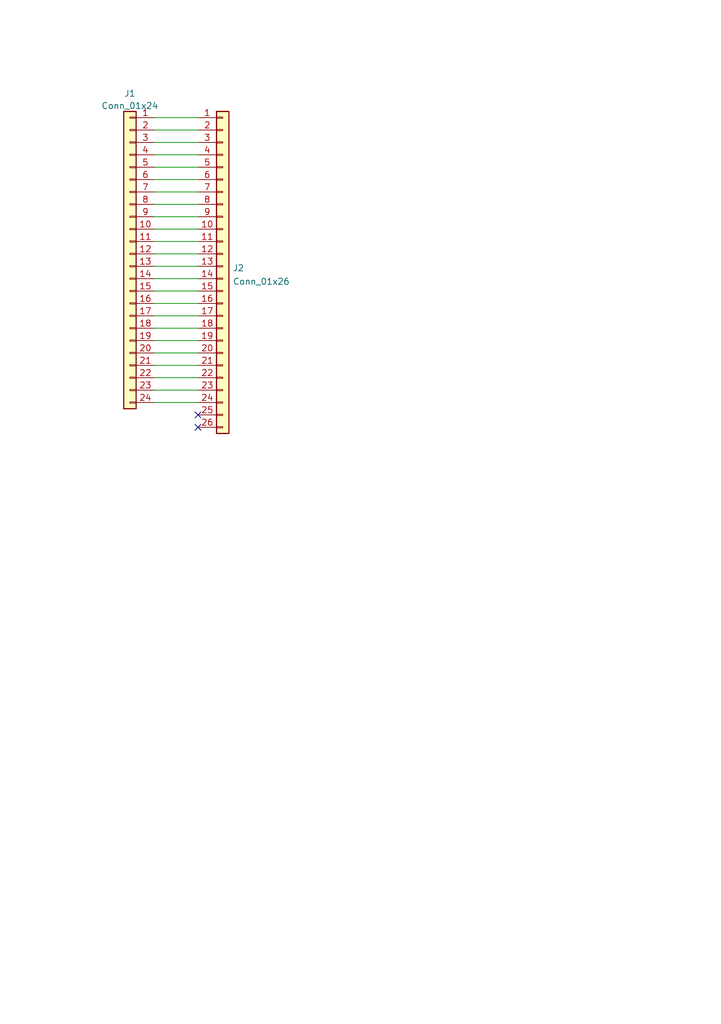
<source format=kicad_sch>
(kicad_sch (version 20230121) (generator eeschema)
  (paper "A5" portrait)
  (title_block (title "DecentXL Flexibe Cable") (date "2023-07-09") (rev "1") (company "Decent Consulting"))
  (lib_symbols
    (symbol "Connector_Generic:Conn_01x24" (pin_names (offset 1.016) hide)
      (property "Reference" "J" (at 0 30.48 0))
      (property "Value" "Conn_01x24" (at 0 -33.02 0))
      (symbol "Conn_01x24_1_1"
        (rectangle (start -1.27 -30.353) (end 0 -30.607) (stroke (width 0.1524)))
        (rectangle (start -1.27 -27.813) (end 0 -28.067) (stroke (width 0.1524)))
        (rectangle (start -1.27 -25.273) (end 0 -25.527) (stroke (width 0.1524)))
        (rectangle (start -1.27 -22.733) (end 0 -22.987) (stroke (width 0.1524)))
        (rectangle (start -1.27 -20.193) (end 0 -20.447) (stroke (width 0.1524)))
        (rectangle (start -1.27 -17.653) (end 0 -17.907) (stroke (width 0.1524)))
        (rectangle (start -1.27 -15.113) (end 0 -15.367) (stroke (width 0.1524)))
        (rectangle (start -1.27 -12.573) (end 0 -12.827) (stroke (width 0.1524)))
        (rectangle (start -1.27 -10.033) (end 0 -10.287) (stroke (width 0.1524)))
        (rectangle (start -1.27 -7.493) (end 0 -7.747) (stroke (width 0.1524)))
        (rectangle (start -1.27 -4.953) (end 0 -5.207) (stroke (width 0.1524)))
        (rectangle (start -1.27 -2.413) (end 0 -2.667) (stroke (width 0.1524)))
        (rectangle (start -1.27 0.127) (end 0 -0.127) (stroke (width 0.1524)))
        (rectangle (start -1.27 2.667) (end 0 2.413) (stroke (width 0.1524)))
        (rectangle (start -1.27 5.207) (end 0 4.953) (stroke (width 0.1524)))
        (rectangle (start -1.27 7.747) (end 0 7.493) (stroke (width 0.1524)))
        (rectangle (start -1.27 10.287) (end 0 10.033) (stroke (width 0.1524)))
        (rectangle (start -1.27 12.827) (end 0 12.573) (stroke (width 0.1524)))
        (rectangle (start -1.27 15.367) (end 0 15.113) (stroke (width 0.1524)))
        (rectangle (start -1.27 17.907) (end 0 17.653) (stroke (width 0.1524)))
        (rectangle (start -1.27 20.447) (end 0 20.193) (stroke (width 0.1524)))
        (rectangle (start -1.27 22.987) (end 0 22.733) (stroke (width 0.1524)))
        (rectangle (start -1.27 25.527) (end 0 25.273) (stroke (width 0.1524)))
        (rectangle (start -1.27 28.067) (end 0 27.813) (stroke (width 0.1524)))
        (rectangle (start -1.27 29.21) (end 1.27 -31.75) (stroke (width 0.254)) (fill (type background)))
        (pin passive line (at -5.08 27.94 0) (length 3.81) (name "Pin_1") (number "1"))
        (pin passive line (at -5.08 5.08 0) (length 3.81) (name "Pin_10") (number "10"))
        (pin passive line (at -5.08 2.54 0) (length 3.81) (name "Pin_11") (number "11"))
        (pin passive line (at -5.08 0 0) (length 3.81) (name "Pin_12") (number "12"))
        (pin passive line (at -5.08 -2.54 0) (length 3.81) (name "Pin_13") (number "13"))
        (pin passive line (at -5.08 -5.08 0) (length 3.81) (name "Pin_14") (number "14"))
        (pin passive line (at -5.08 -7.62 0) (length 3.81) (name "Pin_15") (number "15"))
        (pin passive line (at -5.08 -10.16 0) (length 3.81) (name "Pin_16") (number "16"))
        (pin passive line (at -5.08 -12.7 0) (length 3.81) (name "Pin_17") (number "17"))
        (pin passive line (at -5.08 -15.24 0) (length 3.81) (name "Pin_18") (number "18"))
        (pin passive line (at -5.08 -17.78 0) (length 3.81) (name "Pin_19") (number "19"))
        (pin passive line (at -5.08 25.4 0) (length 3.81) (name "Pin_2") (number "2"))
        (pin passive line (at -5.08 -20.32 0) (length 3.81) (name "Pin_20") (number "20"))
        (pin passive line (at -5.08 -22.86 0) (length 3.81) (name "Pin_21") (number "21"))
        (pin passive line (at -5.08 -25.4 0) (length 3.81) (name "Pin_22") (number "22"))
        (pin passive line (at -5.08 -27.94 0) (length 3.81) (name "Pin_23") (number "23"))
        (pin passive line (at -5.08 -30.48 0) (length 3.81) (name "Pin_24") (number "24"))
        (pin passive line (at -5.08 22.86 0) (length 3.81) (name "Pin_3") (number "3"))
        (pin passive line (at -5.08 20.32 0) (length 3.81) (name "Pin_4") (number "4"))
        (pin passive line (at -5.08 17.78 0) (length 3.81) (name "Pin_5") (number "5"))
        (pin passive line (at -5.08 15.24 0) (length 3.81) (name "Pin_6") (number "6"))
        (pin passive line (at -5.08 12.7 0) (length 3.81) (name "Pin_7") (number "7"))
        (pin passive line (at -5.08 10.16 0) (length 3.81) (name "Pin_8") (number "8"))
        (pin passive line (at -5.08 7.62 0) (length 3.81) (name "Pin_9") (number "9"))
      )
    )
    (symbol "Connector_Generic:Conn_01x26" (pin_names (offset 1.016) hide)
      (property "Reference" "J" (at 0 33.02 0))
      (property "Value" "Conn_01x26" (at 0 -35.56 0))
      (symbol "Conn_01x26_1_1"
        (rectangle (start -1.27 -32.893) (end 0 -33.147) (stroke (width 0.1524)))
        (rectangle (start -1.27 -30.353) (end 0 -30.607) (stroke (width 0.1524)))
        (rectangle (start -1.27 -27.813) (end 0 -28.067) (stroke (width 0.1524)))
        (rectangle (start -1.27 -25.273) (end 0 -25.527) (stroke (width 0.1524)))
        (rectangle (start -1.27 -22.733) (end 0 -22.987) (stroke (width 0.1524)))
        (rectangle (start -1.27 -20.193) (end 0 -20.447) (stroke (width 0.1524)))
        (rectangle (start -1.27 -17.653) (end 0 -17.907) (stroke (width 0.1524)))
        (rectangle (start -1.27 -15.113) (end 0 -15.367) (stroke (width 0.1524)))
        (rectangle (start -1.27 -12.573) (end 0 -12.827) (stroke (width 0.1524)))
        (rectangle (start -1.27 -10.033) (end 0 -10.287) (stroke (width 0.1524)))
        (rectangle (start -1.27 -7.493) (end 0 -7.747) (stroke (width 0.1524)))
        (rectangle (start -1.27 -4.953) (end 0 -5.207) (stroke (width 0.1524)))
        (rectangle (start -1.27 -2.413) (end 0 -2.667) (stroke (width 0.1524)))
        (rectangle (start -1.27 0.127) (end 0 -0.127) (stroke (width 0.1524)))
        (rectangle (start -1.27 2.667) (end 0 2.413) (stroke (width 0.1524)))
        (rectangle (start -1.27 5.207) (end 0 4.953) (stroke (width 0.1524)))
        (rectangle (start -1.27 7.747) (end 0 7.493) (stroke (width 0.1524)))
        (rectangle (start -1.27 10.287) (end 0 10.033) (stroke (width 0.1524)))
        (rectangle (start -1.27 12.827) (end 0 12.573) (stroke (width 0.1524)))
        (rectangle (start -1.27 15.367) (end 0 15.113) (stroke (width 0.1524)))
        (rectangle (start -1.27 17.907) (end 0 17.653) (stroke (width 0.1524)))
        (rectangle (start -1.27 20.447) (end 0 20.193) (stroke (width 0.1524)))
        (rectangle (start -1.27 22.987) (end 0 22.733) (stroke (width 0.1524)))
        (rectangle (start -1.27 25.527) (end 0 25.273) (stroke (width 0.1524)))
        (rectangle (start -1.27 28.067) (end 0 27.813) (stroke (width 0.1524)))
        (rectangle (start -1.27 30.607) (end 0 30.353) (stroke (width 0.1524)))
        (rectangle (start -1.27 31.75) (end 1.27 -34.29) (stroke (width 0.254)) (fill (type background)))
        (pin passive line (at -5.08 30.48 0) (length 3.81) (name "Pin_1") (number "1"))
        (pin passive line (at -5.08 7.62 0) (length 3.81) (name "Pin_10") (number "10"))
        (pin passive line (at -5.08 5.08 0) (length 3.81) (name "Pin_11") (number "11"))
        (pin passive line (at -5.08 2.54 0) (length 3.81) (name "Pin_12") (number "12"))
        (pin passive line (at -5.08 0 0) (length 3.81) (name "Pin_13") (number "13"))
        (pin passive line (at -5.08 -2.54 0) (length 3.81) (name "Pin_14") (number "14"))
        (pin passive line (at -5.08 -5.08 0) (length 3.81) (name "Pin_15") (number "15"))
        (pin passive line (at -5.08 -7.62 0) (length 3.81) (name "Pin_16") (number "16"))
        (pin passive line (at -5.08 -10.16 0) (length 3.81) (name "Pin_17") (number "17"))
        (pin passive line (at -5.08 -12.7 0) (length 3.81) (name "Pin_18") (number "18"))
        (pin passive line (at -5.08 -15.24 0) (length 3.81) (name "Pin_19") (number "19"))
        (pin passive line (at -5.08 27.94 0) (length 3.81) (name "Pin_2") (number "2"))
        (pin passive line (at -5.08 -17.78 0) (length 3.81) (name "Pin_20") (number "20"))
        (pin passive line (at -5.08 -20.32 0) (length 3.81) (name "Pin_21") (number "21"))
        (pin passive line (at -5.08 -22.86 0) (length 3.81) (name "Pin_22") (number "22"))
        (pin passive line (at -5.08 -25.4 0) (length 3.81) (name "Pin_23") (number "23"))
        (pin passive line (at -5.08 -27.94 0) (length 3.81) (name "Pin_24") (number "24"))
        (pin passive line (at -5.08 -30.48 0) (length 3.81) (name "Pin_25") (number "25"))
        (pin passive line (at -5.08 -33.02 0) (length 3.81) (name "Pin_26") (number "26"))
        (pin passive line (at -5.08 25.4 0) (length 3.81) (name "Pin_3") (number "3"))
        (pin passive line (at -5.08 22.86 0) (length 3.81) (name "Pin_4") (number "4"))
        (pin passive line (at -5.08 20.32 0) (length 3.81) (name "Pin_5") (number "5"))
        (pin passive line (at -5.08 17.78 0) (length 3.81) (name "Pin_6") (number "6"))
        (pin passive line (at -5.08 15.24 0) (length 3.81) (name "Pin_7") (number "7"))
        (pin passive line (at -5.08 12.7 0) (length 3.81) (name "Pin_8") (number "8"))
        (pin passive line (at -5.08 10.16 0) (length 3.81) (name "Pin_9") (number "9"))
      )
    )
  )
  (no_connect (at 40.64 85.09))
  (no_connect (at 40.64 87.63))
  (wire (pts (xy 31.75 54.61) (xy 40.64 54.61)))
  (wire (pts (xy 31.75 34.29) (xy 40.64 34.29)))
  (wire (pts (xy 31.75 26.67) (xy 40.64 26.67)))
  (wire (pts (xy 31.75 82.55) (xy 40.64 82.55)))
  (wire (pts (xy 31.75 57.15) (xy 40.64 57.15)))
  (wire (pts (xy 31.75 41.91) (xy 40.64 41.91)))
  (wire (pts (xy 31.75 80.01) (xy 40.64 80.01)))
  (wire (pts (xy 31.75 36.83) (xy 40.64 36.83)))
  (wire (pts (xy 31.75 64.77) (xy 40.64 64.77)))
  (wire (pts (xy 31.75 59.69) (xy 40.64 59.69)))
  (wire (pts (xy 31.75 67.31) (xy 40.64 67.31)))
  (wire (pts (xy 31.75 62.23) (xy 40.64 62.23)))
  (wire (pts (xy 31.75 44.45) (xy 40.64 44.45)))
  (wire (pts (xy 31.75 69.85) (xy 40.64 69.85)))
  (wire (pts (xy 31.75 24.13) (xy 40.64 24.13)))
  (wire (pts (xy 31.75 39.37) (xy 40.64 39.37)))
  (wire (pts (xy 31.75 49.53) (xy 40.64 49.53)))
  (wire (pts (xy 31.75 29.21) (xy 40.64 29.21)))
  (wire (pts (xy 31.75 72.39) (xy 40.64 72.39)))
  (wire (pts (xy 31.75 31.75) (xy 40.64 31.75)))
  (wire (pts (xy 31.75 46.99) (xy 40.64 46.99)))
  (wire (pts (xy 31.75 77.47) (xy 40.64 77.47)))
  (wire (pts (xy 31.75 74.93) (xy 40.64 74.93)))
  (wire (pts (xy 31.75 52.07) (xy 40.64 52.07)))
  (symbol (lib_id "Connector_Generic:Conn_01x24") (at 26.67 52.07 0) (mirror y) (unit 1)
    (property "Reference" "J1" (at 26.67 19.1602 0))
    (property "Value" "Conn_01x24" (at 26.67 21.6971 0))
    (property "Footprint" "Atari130MX:FPC 1x24 P2.54mm Edge" (effects hide))
  )
  (symbol (lib_id "Connector_Generic:Conn_01x26") (at 45.72 54.61 0) (unit 1)
    (property "Reference" "J2" (at 47.752 54.9715 0) (effects (justify left)))
    (property "Value" "Conn_01x26" (at 47.752 57.7466 0) (effects (justify left)))
    (property "Footprint" "Atari130MX:FPC Molex 1x26 P1mm Edge" (effects hide))
  )
)
</source>
